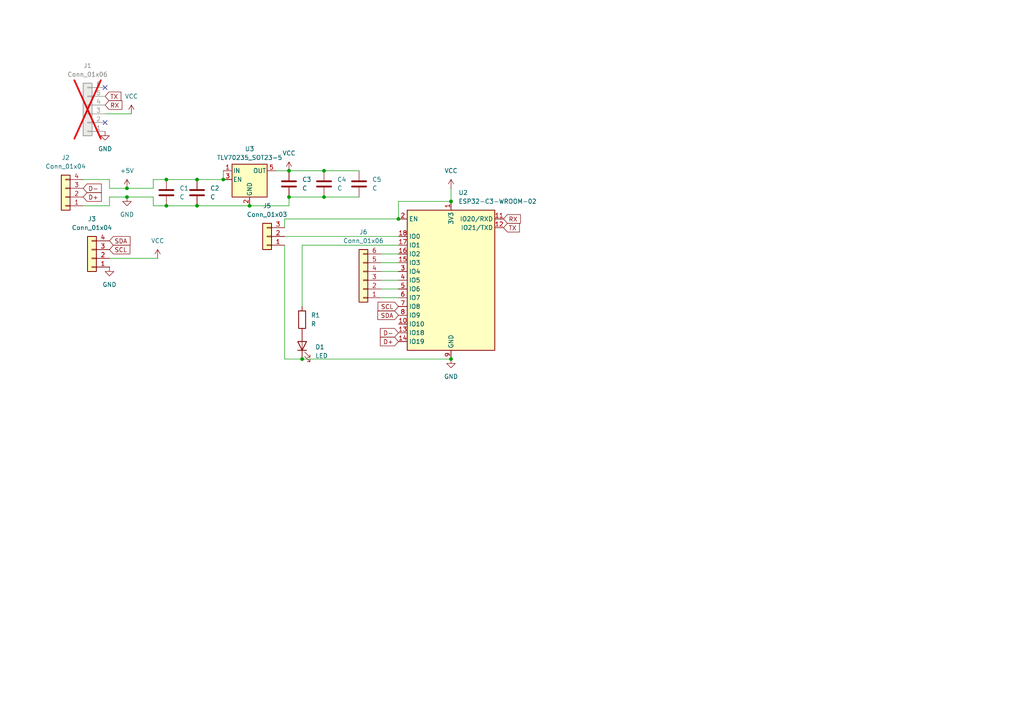
<source format=kicad_sch>
(kicad_sch (version 20250114) (generator "eeschema") (generator_version "9.0")
  (paper "A4")
  (lib_symbols
    (symbol "Connector_Generic:Conn_01x03" (pin_names (offset 1.016) (hide yes))
      (property "Reference" "J" (at 0 5.08 0))
      (property "Value" "Conn_01x03" (at 0 -5.08 0))
      (symbol "Conn_01x03_1_1"
        (rectangle (start -1.27 3.81) (end 1.27 -3.81) (stroke (width 0.254)) (fill (type background)))
        (rectangle (start -1.27 2.667) (end 0 2.413) (stroke (width 0.1524)))
        (rectangle (start -1.27 0.127) (end 0 -0.127) (stroke (width 0.1524)))
        (rectangle (start -1.27 -2.413) (end 0 -2.667) (stroke (width 0.1524)))
        (pin passive line (at -5.08 2.54 0) (length 3.81) (name "Pin_1") (number "1"))
        (pin passive line (at -5.08 0 0) (length 3.81) (name "Pin_2") (number "2"))
        (pin passive line (at -5.08 -2.54 0) (length 3.81) (name "Pin_3") (number "3"))
      )
    )
    (symbol "Connector_Generic:Conn_01x04" (pin_names (offset 1.016) (hide yes))
      (property "Reference" "J" (at 0 5.08 0))
      (property "Value" "Conn_01x04" (at 0 -7.62 0))
      (symbol "Conn_01x04_1_1"
        (rectangle (start -1.27 3.81) (end 1.27 -6.35) (stroke (width 0.254)) (fill (type background)))
        (rectangle (start -1.27 2.667) (end 0 2.413) (stroke (width 0.1524)))
        (rectangle (start -1.27 0.127) (end 0 -0.127) (stroke (width 0.1524)))
        (rectangle (start -1.27 -2.413) (end 0 -2.667) (stroke (width 0.1524)))
        (rectangle (start -1.27 -4.953) (end 0 -5.207) (stroke (width 0.1524)))
        (pin passive line (at -5.08 2.54 0) (length 3.81) (name "Pin_1") (number "1"))
        (pin passive line (at -5.08 0 0) (length 3.81) (name "Pin_2") (number "2"))
        (pin passive line (at -5.08 -2.54 0) (length 3.81) (name "Pin_3") (number "3"))
        (pin passive line (at -5.08 -5.08 0) (length 3.81) (name "Pin_4") (number "4"))
      )
    )
    (symbol "Connector_Generic:Conn_01x06" (pin_names (offset 1.016) (hide yes))
      (property "Reference" "J" (at 0 7.62 0))
      (property "Value" "Conn_01x06" (at 0 -10.16 0))
      (symbol "Conn_01x06_1_1"
        (rectangle (start -1.27 6.35) (end 1.27 -8.89) (stroke (width 0.254)) (fill (type background)))
        (rectangle (start -1.27 5.207) (end 0 4.953) (stroke (width 0.1524)))
        (rectangle (start -1.27 2.667) (end 0 2.413) (stroke (width 0.1524)))
        (rectangle (start -1.27 0.127) (end 0 -0.127) (stroke (width 0.1524)))
        (rectangle (start -1.27 -2.413) (end 0 -2.667) (stroke (width 0.1524)))
        (rectangle (start -1.27 -4.953) (end 0 -5.207) (stroke (width 0.1524)))
        (rectangle (start -1.27 -7.493) (end 0 -7.747) (stroke (width 0.1524)))
        (pin passive line (at -5.08 5.08 0) (length 3.81) (name "Pin_1") (number "1"))
        (pin passive line (at -5.08 2.54 0) (length 3.81) (name "Pin_2") (number "2"))
        (pin passive line (at -5.08 0 0) (length 3.81) (name "Pin_3") (number "3"))
        (pin passive line (at -5.08 -2.54 0) (length 3.81) (name "Pin_4") (number "4"))
        (pin passive line (at -5.08 -5.08 0) (length 3.81) (name "Pin_5") (number "5"))
        (pin passive line (at -5.08 -7.62 0) (length 3.81) (name "Pin_6") (number "6"))
      )
    )
    (symbol "Device:C" (pin_numbers (hide yes)) (pin_names (offset 0.254))
      (property "Reference" "C" (at 0.635 2.54 0))
      (property "Value" "C" (at 0.635 -2.54 0))
      (symbol "C_0_1"
        (polyline (pts (xy -2.032 0.762) (xy 2.032 0.762)) (stroke (width 0.508)))
        (polyline (pts (xy -2.032 -0.762) (xy 2.032 -0.762)) (stroke (width 0.508)))
      )
      (symbol "C_1_1"
        (pin passive line (at 0 3.81 270) (length 2.794) (name "~") (number "1"))
        (pin passive line (at 0 -3.81 90) (length 2.794) (name "~") (number "2"))
      )
    )
    (symbol "Device:LED" (pin_numbers (hide yes)) (pin_names (offset 1.016) (hide yes))
      (property "Reference" "D" (at 0 2.54 0))
      (property "Value" "LED" (at 0 -2.54 0))
      (symbol "LED_0_1"
        (polyline (pts (xy -3.048 -0.762) (xy -4.572 -2.286) (xy -3.81 -2.286) (xy -4.572 -2.286) (xy -4.572 -1.524)))
        (polyline (pts (xy -1.778 -0.762) (xy -3.302 -2.286) (xy -2.54 -2.286) (xy -3.302 -2.286) (xy -3.302 -1.524)))
        (polyline (pts (xy -1.27 0) (xy 1.27 0)))
        (polyline (pts (xy -1.27 -1.27) (xy -1.27 1.27)) (stroke (width 0.254)))
        (polyline (pts (xy 1.27 -1.27) (xy 1.27 1.27) (xy -1.27 0) (xy 1.27 -1.27)) (stroke (width 0.254)))
      )
      (symbol "LED_1_1"
        (pin passive line (at -3.81 0 0) (length 2.54) (name "K") (number "1"))
        (pin passive line (at 3.81 0 180) (length 2.54) (name "A") (number "2"))
      )
    )
    (symbol "Device:R" (pin_numbers (hide yes)) (pin_names (offset 0))
      (property "Reference" "R" (at 2.032 0 90))
      (property "Value" "R" (at 0 0 90))
      (symbol "R_0_1"
        (rectangle (start -1.016 -2.54) (end 1.016 2.54) (stroke (width 0.254)))
      )
      (symbol "R_1_1"
        (pin passive line (at 0 3.81 270) (length 1.27) (name "~") (number "1"))
        (pin passive line (at 0 -3.81 90) (length 1.27) (name "~") (number "2"))
      )
    )
    (symbol "RF_Module:ESP32-C3-WROOM-02"
      (property "Reference" "U" (at -12.192 21.336 0))
      (property "Value" "ESP32-C3-WROOM-02" (at 12.192 21.336 0))
      (symbol "ESP32-C3-WROOM-02_1_1"
        (rectangle (start -12.7 20.32) (end 12.7 -20.32) (stroke (width 0.254)) (fill (type background)))
        (pin input line (at -15.24 17.78 0) (length 2.54) (name "EN") (number "2"))
        (pin bidirectional line (at -15.24 12.7 0) (length 2.54) (name "IO0") (number "18"))
        (pin bidirectional line (at -15.24 10.16 0) (length 2.54) (name "IO1") (number "17"))
        (pin bidirectional line (at -15.24 7.62 0) (length 2.54) (name "IO2") (number "16"))
        (pin bidirectional line (at -15.24 5.08 0) (length 2.54) (name "IO3") (number "15"))
        (pin bidirectional line (at -15.24 2.54 0) (length 2.54) (name "IO4") (number "3"))
        (pin bidirectional line (at -15.24 0 0) (length 2.54) (name "IO5") (number "4"))
        (pin bidirectional line (at -15.24 -2.54 0) (length 2.54) (name "IO6") (number "5"))
        (pin bidirectional line (at -15.24 -5.08 0) (length 2.54) (name "IO7") (number "6"))
        (pin bidirectional line (at -15.24 -7.62 0) (length 2.54) (name "IO8") (number "7"))
        (pin bidirectional line (at -15.24 -10.16 0) (length 2.54) (name "IO9") (number "8"))
        (pin bidirectional line (at -15.24 -12.7 0) (length 2.54) (name "IO10") (number "10"))
        (pin bidirectional line (at -15.24 -15.24 0) (length 2.54) (name "IO18") (number "13"))
        (pin bidirectional line (at -15.24 -17.78 0) (length 2.54) (name "IO19") (number "14"))
        (pin power_in line (at 0 22.86 270) (length 2.54) (name "3V3") (number "1"))
        (pin passive line (at 0 -22.86 90) (length 2.54) (hide yes) (name "GND") (number "19"))
        (pin power_in line (at 0 -22.86 90) (length 2.54) (name "GND") (number "9"))
        (pin bidirectional line (at 15.24 17.78 180) (length 2.54) (name "IO20/RXD") (number "11"))
        (pin bidirectional line (at 15.24 15.24 180) (length 2.54) (name "IO21/TXD") (number "12"))
      )
    )
    (symbol "Regulator_Linear:TLV70235_SOT23-5" (pin_names (offset 0.254))
      (property "Reference" "U" (at -3.81 5.715 0))
      (property "Value" "TLV70235_SOT23-5" (at 0 5.715 0))
      (symbol "TLV70235_SOT23-5_0_1"
        (rectangle (start -5.08 4.445) (end 5.08 -5.08) (stroke (width 0.254)) (fill (type background)))
      )
      (symbol "TLV70235_SOT23-5_1_1"
        (pin power_in line (at -7.62 2.54 0) (length 2.54) (name "IN") (number "1"))
        (pin input line (at -7.62 0 0) (length 2.54) (name "EN") (number "3"))
        (pin power_in line (at 0 -7.62 90) (length 2.54) (name "GND") (number "2"))
        (pin no_connect line (at 5.08 0 180) (length 2.54) (hide yes) (name "NC") (number "4"))
        (pin power_out line (at 7.62 2.54 180) (length 2.54) (name "OUT") (number "5"))
      )
    )
    (symbol "power:+5V" (power) (pin_numbers (hide yes)) (pin_names (offset 0) (hide yes))
      (property "Value" "+5V" (at 0 3.556 0))
      (symbol "+5V_0_1"
        (polyline (pts (xy -0.762 1.27) (xy 0 2.54)))
        (polyline (pts (xy 0 2.54) (xy 0.762 1.27)))
        (polyline (pts (xy 0 0) (xy 0 2.54)))
      )
      (symbol "+5V_1_1"
        (pin power_in line (at 0 0 90) (length 0) (name "~") (number "1"))
      )
    )
    (symbol "power:GND" (power) (pin_numbers (hide yes)) (pin_names (offset 0) (hide yes))
      (property "Value" "GND" (at 0 -3.81 0))
      (symbol "GND_0_1"
        (polyline (pts (xy 0 0) (xy 0 -1.27) (xy 1.27 -1.27) (xy 0 -2.54) (xy -1.27 -1.27) (xy 0 -1.27)))
      )
      (symbol "GND_1_1"
        (pin power_in line (at 0 0 270) (length 0) (name "~") (number "1"))
      )
    )
    (symbol "power:VCC" (power) (pin_numbers (hide yes)) (pin_names (offset 0) (hide yes))
      (property "Value" "VCC" (at 0 3.556 0))
      (symbol "VCC_0_1"
        (polyline (pts (xy -0.762 1.27) (xy 0 2.54)))
        (polyline (pts (xy 0 2.54) (xy 0.762 1.27)))
        (polyline (pts (xy 0 0) (xy 0 2.54)))
      )
      (symbol "VCC_1_1"
        (pin power_in line (at 0 0 90) (length 0) (name "~") (number "1"))
      )
    )
  )
  (junction (at 83.82 49.53))
  (junction (at 115.57 63.5))
  (junction (at 48.26 59.69))
  (junction (at 93.98 49.53))
  (junction (at 83.82 57.15))
  (junction (at 57.15 52.07))
  (junction (at 72.39 59.69))
  (junction (at 87.63 104.14))
  (junction (at 130.81 58.42))
  (junction (at 36.83 54.61))
  (junction (at 93.98 57.15))
  (junction (at 64.77 52.07))
  (junction (at 36.83 57.15))
  (junction (at 130.81 104.14))
  (junction (at 57.15 59.69))
  (junction (at 48.26 52.07))
  (no_connect (at 30.48 35.56))
  (no_connect (at 30.48 25.4))
  (wire (pts (xy 72.39 59.69) (xy 83.82 59.69)))
  (wire (pts (xy 44.45 54.61) (xy 44.45 52.07)))
  (wire (pts (xy 44.45 57.15) (xy 44.45 59.69)))
  (wire (pts (xy 110.49 86.36) (xy 115.57 86.36)))
  (wire (pts (xy 80.01 49.53) (xy 83.82 49.53)))
  (wire (pts (xy 64.77 49.53) (xy 64.77 52.07)))
  (wire (pts (xy 82.55 68.58) (xy 115.57 68.58)))
  (wire (pts (xy 87.63 71.12) (xy 87.63 88.9)))
  (wire (pts (xy 57.15 59.69) (xy 72.39 59.69)))
  (wire (pts (xy 93.98 57.15) (xy 104.14 57.15)))
  (wire (pts (xy 30.48 33.02) (xy 38.1 33.02)))
  (wire (pts (xy 31.75 54.61) (xy 31.75 52.07)))
  (wire (pts (xy 130.81 54.61) (xy 130.81 58.42)))
  (wire (pts (xy 44.45 52.07) (xy 48.26 52.07)))
  (wire (pts (xy 57.15 52.07) (xy 64.77 52.07)))
  (wire (pts (xy 82.55 63.5) (xy 82.55 66.04)))
  (wire (pts (xy 44.45 59.69) (xy 48.26 59.69)))
  (wire (pts (xy 115.57 58.42) (xy 130.81 58.42)))
  (wire (pts (xy 110.49 78.74) (xy 115.57 78.74)))
  (wire (pts (xy 82.55 104.14) (xy 87.63 104.14)))
  (wire (pts (xy 31.75 74.93) (xy 45.72 74.93)))
  (wire (pts (xy 115.57 63.5) (xy 115.57 58.42)))
  (wire (pts (xy 82.55 71.12) (xy 82.55 104.14)))
  (wire (pts (xy 31.75 57.15) (xy 36.83 57.15)))
  (wire (pts (xy 110.49 73.66) (xy 115.57 73.66)))
  (wire (pts (xy 36.83 54.61) (xy 44.45 54.61)))
  (wire (pts (xy 115.57 63.5) (xy 82.55 63.5)))
  (wire (pts (xy 36.83 57.15) (xy 44.45 57.15)))
  (wire (pts (xy 48.26 52.07) (xy 57.15 52.07)))
  (wire (pts (xy 24.13 52.07) (xy 31.75 52.07)))
  (wire (pts (xy 115.57 71.12) (xy 87.63 71.12)))
  (wire (pts (xy 87.63 104.14) (xy 130.81 104.14)))
  (wire (pts (xy 31.75 57.15) (xy 31.75 59.69)))
  (wire (pts (xy 110.49 76.2) (xy 115.57 76.2)))
  (wire (pts (xy 110.49 83.82) (xy 115.57 83.82)))
  (wire (pts (xy 48.26 59.69) (xy 57.15 59.69)))
  (wire (pts (xy 83.82 59.69) (xy 83.82 57.15)))
  (wire (pts (xy 83.82 57.15) (xy 93.98 57.15)))
  (wire (pts (xy 83.82 49.53) (xy 93.98 49.53)))
  (wire (pts (xy 110.49 81.28) (xy 115.57 81.28)))
  (wire (pts (xy 93.98 49.53) (xy 104.14 49.53)))
  (wire (pts (xy 24.13 59.69) (xy 31.75 59.69)))
  (wire (pts (xy 31.75 54.61) (xy 36.83 54.61)))
  (global_label "SCL" (shape input) (at 31.75 72.39 0) (property "Intersheetrefs" "${INTERSHEET_REFS}" (effects (hide yes))))
  (global_label "D+" (shape input) (at 115.57 99.06 180) (property "Intersheetrefs" "${INTERSHEET_REFS}" (effects (hide yes))))
  (global_label "D+" (shape input) (at 24.13 57.15 0) (property "Intersheetrefs" "${INTERSHEET_REFS}" (effects (hide yes))))
  (global_label "RX" (shape input) (at 30.48 30.48 0) (property "Intersheetrefs" "${INTERSHEET_REFS}" (effects (hide yes))))
  (global_label "SDA" (shape input) (at 31.75 69.85 0) (property "Intersheetrefs" "${INTERSHEET_REFS}" (effects (hide yes))))
  (global_label "D-" (shape input) (at 115.57 96.52 180) (property "Intersheetrefs" "${INTERSHEET_REFS}" (effects (hide yes))))
  (global_label "D-" (shape input) (at 24.13 54.61 0) (property "Intersheetrefs" "${INTERSHEET_REFS}" (effects (hide yes))))
  (global_label "TX" (shape input) (at 146.05 66.04 0) (property "Intersheetrefs" "${INTERSHEET_REFS}" (effects (hide yes))))
  (global_label "TX" (shape input) (at 30.48 27.94 0) (property "Intersheetrefs" "${INTERSHEET_REFS}" (effects (hide yes))))
  (global_label "SDA" (shape input) (at 115.57 91.44 180) (property "Intersheetrefs" "${INTERSHEET_REFS}" (effects (hide yes))))
  (global_label "SCL" (shape input) (at 115.57 88.9 180) (property "Intersheetrefs" "${INTERSHEET_REFS}" (effects (hide yes))))
  (global_label "RX" (shape input) (at 146.05 63.5 0) (property "Intersheetrefs" "${INTERSHEET_REFS}" (effects (hide yes))))
  (symbol (lib_id "Connector_Generic:Conn_01x03") (at 77.47 68.58 180) (unit 1)
    (property "Reference" "J5" (at 77.47 59.69 0))
    (property "Value" "Conn_01x03" (at 77.47 62.23 0))
    (property "Footprint" "Connector_PinHeader_2.54mm:PinHeader_1x03_P2.54mm_Vertical" (effects (hide yes)))
    (property "Description" "Generic connector, single row, 01x03, script generated (kicad-library-utils/schlib/autogen/connector/)" (effects (hide yes)))
  )
  (symbol (lib_id "power:GND") (at 31.75 77.47 0) (unit 1)
    (property "Reference" "#PWR05" (effects (hide yes)))
    (property "Value" "GND" (at 31.75 82.55 0))
    (property "Description" "Power symbol creates a global label with name \"GND\" , ground" (effects (hide yes)))
  )
  (symbol (lib_id "power:VCC") (at 83.82 49.53 0) (unit 1)
    (property "Reference" "#PWR09" (effects (hide yes)))
    (property "Value" "VCC" (at 83.82 44.45 0))
    (property "Description" "Power symbol creates a global label with name \"VCC\"" (effects (hide yes)))
  )
  (symbol (lib_id "power:VCC") (at 45.72 74.93 0) (unit 1)
    (property "Reference" "#PWR06" (effects (hide yes)))
    (property "Value" "VCC" (at 45.72 69.85 0))
    (property "Description" "Power symbol creates a global label with name \"VCC\"" (effects (hide yes)))
  )
  (symbol (lib_id "power:GND") (at 36.83 57.15 0) (unit 1)
    (property "Reference" "#PWR04" (effects (hide yes)))
    (property "Value" "GND" (at 36.83 62.23 0))
    (property "Description" "Power symbol creates a global label with name \"GND\" , ground" (effects (hide yes)))
  )
  (symbol (lib_id "Connector_Generic:Conn_01x06") (at 105.41 81.28 180) (unit 1)
    (property "Reference" "J6" (at 105.41 67.31 0))
    (property "Value" "Conn_01x06" (at 105.41 69.85 0))
    (property "Footprint" "Connector_PinHeader_2.54mm:PinHeader_1x06_P2.54mm_Vertical_SMD_Pin1Left" (effects (hide yes)))
    (property "Description" "Generic connector, single row, 01x06, script generated (kicad-library-utils/schlib/autogen/connector/)" (effects (hide yes)))
  )
  (symbol (lib_id "Device:C") (at 48.26 55.88 0) (unit 1)
    (property "Reference" "C1" (at 52.07 54.6099 0) (effects (justify left)))
    (property "Value" "C" (at 52.07 57.1499 0) (effects (justify left)))
    (property "Footprint" "Capacitor_SMD:C_0603_1608Metric_Pad1.08x0.95mm_HandSolder" (effects (hide yes)))
    (property "Description" "Unpolarized capacitor" (effects (hide yes)))
  )
  (symbol (lib_id "Connector_Generic:Conn_01x04") (at 19.05 57.15 180) (unit 1)
    (property "Reference" "J2" (at 19.05 45.72 0))
    (property "Value" "Conn_01x04" (at 19.05 48.26 0))
    (property "Footprint" "Connector_JST:JST_XH_B4B-XH-A_1x04_P2.50mm_Vertical" (effects (hide yes)))
    (property "Description" "Generic connector, single row, 01x04, script generated (kicad-library-utils/schlib/autogen/connector/)" (effects (hide yes)))
  )
  (symbol (lib_id "RF_Module:ESP32-C3-WROOM-02") (at 130.81 81.28 0) (unit 1)
    (property "Reference" "U2" (at 132.9533 55.88 0) (effects (justify left)))
    (property "Value" "ESP32-C3-WROOM-02" (at 132.9533 58.42 0) (effects (justify left)))
    (property "Footprint" "RF_Module:ESP-WROOM-02" (effects (hide yes)))
    (property "Datasheet" "https://www.espressif.com/sites/default/files/documentation/esp32-c3-wroom-02_datasheet_en.pdf" (effects (hide yes)))
    (property "Description" "802.11 b/g/n Wi­Fi and Bluetooth 5 module, ESP32­C3 SoC, RISC­V microprocessor, On-board antenna" (effects (hide yes)))
  )
  (symbol (lib_id "power:VCC") (at 38.1 33.02 0) (unit 1)
    (property "Reference" "#PWR02" (effects (hide yes)))
    (property "Value" "VCC" (at 38.1 27.94 0))
    (property "Description" "Power symbol creates a global label with name \"VCC\"" (effects (hide yes)))
  )
  (symbol (lib_id "Regulator_Linear:TLV70235_SOT23-5") (at 72.39 52.07 0) (unit 1)
    (property "Reference" "U3" (at 72.39 43.18 0))
    (property "Value" "TLV70235_SOT23-5" (at 72.39 45.72 0))
    (property "Footprint" "Package_TO_SOT_SMD:SOT-23-5" (effects (hide yes)))
    (property "Datasheet" "http://www.ti.com/lit/ds/symlink/tlv702.pdf" (effects (hide yes)))
    (property "Description" "300mA Low Dropout Voltage Regulator, Fixed Output 3.5V, SOT-23-5" (effects (hide yes)))
  )
  (symbol (lib_id "Device:C") (at 57.15 55.88 0) (unit 1)
    (property "Reference" "C2" (at 60.96 54.6099 0) (effects (justify left)))
    (property "Value" "C" (at 60.96 57.1499 0) (effects (justify left)))
    (property "Footprint" "Capacitor_SMD:C_0603_1608Metric_Pad1.08x0.95mm_HandSolder" (effects (hide yes)))
    (property "Description" "Unpolarized capacitor" (effects (hide yes)))
  )
  (symbol (lib_id "Device:C") (at 93.98 53.34 0) (unit 1)
    (property "Reference" "C4" (at 97.79 52.0699 0) (effects (justify left)))
    (property "Value" "C" (at 97.79 54.6099 0) (effects (justify left)))
    (property "Footprint" "Capacitor_SMD:C_0603_1608Metric_Pad1.08x0.95mm_HandSolder" (effects (hide yes)))
    (property "Description" "Unpolarized capacitor" (effects (hide yes)))
  )
  (symbol (lib_id "Device:R") (at 87.63 92.71 0) (unit 1)
    (property "Reference" "R1" (at 90.17 91.4399 0) (effects (justify left)))
    (property "Value" "R" (at 90.17 93.9799 0) (effects (justify left)))
    (property "Footprint" "Resistor_SMD:R_0603_1608Metric_Pad0.98x0.95mm_HandSolder" (effects (hide yes)))
    (property "Description" "Resistor" (effects (hide yes)))
  )
  (symbol (lib_id "power:+5V") (at 36.83 54.61 0) (unit 1)
    (property "Reference" "#PWR03" (effects (hide yes)))
    (property "Value" "+5V" (at 36.83 49.53 0))
    (property "Description" "Power symbol creates a global label with name \"+5V\"" (effects (hide yes)))
  )
  (symbol (lib_id "power:GND") (at 30.48 38.1 0) (unit 1)
    (property "Reference" "#PWR01" (effects (hide yes)))
    (property "Value" "GND" (at 30.48 43.18 0))
    (property "Description" "Power symbol creates a global label with name \"GND\" , ground" (effects (hide yes)))
  )
  (symbol (lib_id "power:VCC") (at 130.81 54.61 0) (unit 1)
    (property "Reference" "#PWR07" (effects (hide yes)))
    (property "Value" "VCC" (at 130.81 49.53 0))
    (property "Description" "Power symbol creates a global label with name \"VCC\"" (effects (hide yes)))
  )
  (symbol (lib_id "power:GND") (at 130.81 104.14 0) (unit 1)
    (property "Reference" "#PWR08" (effects (hide yes)))
    (property "Value" "GND" (at 130.81 109.22 0))
    (property "Description" "Power symbol creates a global label with name \"GND\" , ground" (effects (hide yes)))
  )
  (symbol (lib_id "Device:C") (at 83.82 53.34 0) (unit 1)
    (property "Reference" "C3" (at 87.63 52.0699 0) (effects (justify left)))
    (property "Value" "C" (at 87.63 54.6099 0) (effects (justify left)))
    (property "Footprint" "Capacitor_SMD:C_0603_1608Metric_Pad1.08x0.95mm_HandSolder" (effects (hide yes)))
    (property "Description" "Unpolarized capacitor" (effects (hide yes)))
  )
  (symbol (lib_id "Connector_Generic:Conn_01x06") (at 25.4 33.02 180) (unit 1) (in_bom no) (on_board no) (dnp yes)
    (property "Reference" "J1" (at 25.4 19.05 0))
    (property "Value" "Conn_01x06" (at 25.4 21.59 0))
    (property "Footprint" "Connector_PinHeader_2.54mm:PinHeader_1x06_P2.54mm_Vertical" (effects (hide yes)))
    (property "Description" "Generic connector, single row, 01x06, script generated (kicad-library-utils/schlib/autogen/connector/)" (effects (hide yes)))
  )
  (symbol (lib_id "Device:LED") (at 87.63 100.33 90) (unit 1)
    (property "Reference" "D1" (at 91.44 100.6474 90) (effects (justify right)))
    (property "Value" "LED" (at 91.44 103.1874 90) (effects (justify right)))
    (property "Footprint" "LED_SMD:LED_0805_2012Metric_Pad1.15x1.40mm_HandSolder" (effects (hide yes)))
    (property "Description" "Light emitting diode" (effects (hide yes)))
    (property "Sim.Pins" "1=K 2=A" (effects (hide yes)))
  )
  (symbol (lib_id "Connector_Generic:Conn_01x04") (at 26.67 74.93 180) (unit 1)
    (property "Reference" "J3" (at 26.67 63.5 0))
    (property "Value" "Conn_01x04" (at 26.67 66.04 0))
    (property "Footprint" "Connector_PinHeader_2.54mm:PinHeader_1x04_P2.54mm_Vertical" (effects (hide yes)))
    (property "Description" "Generic connector, single row, 01x04, script generated (kicad-library-utils/schlib/autogen/connector/)" (effects (hide yes)))
  )
  (symbol (lib_id "Device:C") (at 104.14 53.34 0) (unit 1)
    (property "Reference" "C5" (at 107.95 52.0699 0) (effects (justify left)))
    (property "Value" "C" (at 107.95 54.6099 0) (effects (justify left)))
    (property "Footprint" "Capacitor_SMD:C_0805_2012Metric_Pad1.18x1.45mm_HandSolder" (effects (hide yes)))
    (property "Description" "Unpolarized capacitor" (effects (hide yes)))
  )
)
</source>
